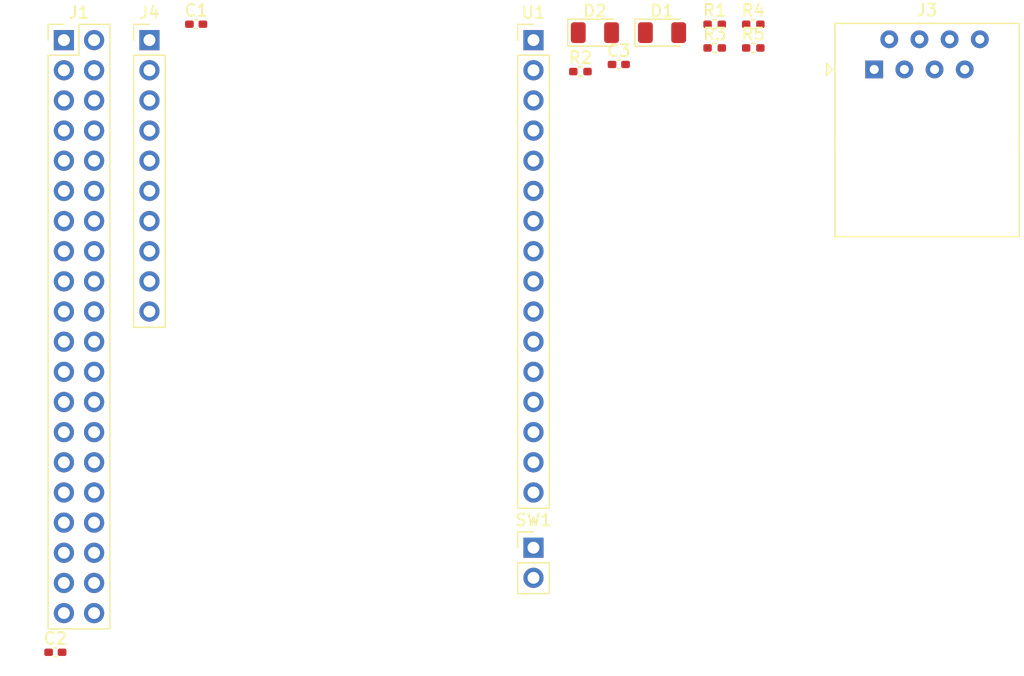
<source format=kicad_pcb>
(kicad_pcb (version 20211014) (generator pcbnew)
  (title_block (title "Irish Coffee Unlimited - Main") (date "2022-03-17") (rev "1") (company "DTUEliten"))
  (layers (0 "F.Cu" signal) (31 "B.Cu" signal) (34 "B.Paste" user) (35 "F.Paste" user) (36 "B.SilkS" user "B.Silkscreen") (37 "F.SilkS" user "F.Silkscreen") (38 "B.Mask" user) (39 "F.Mask" user) (44 "Edge.Cuts" user))
  (net 0 "")
  (net 1 "+3V3")
  (net 2 "GND")
  (net 3 "/User Interface/BUTTON")
  (net 4 "Net-(D1-Pad2)")
  (net 5 "Net-(D2-Pad2)")
  (net 6 "+5V")
  (net 7 "/DC Motor Control/SDA")
  (net 8 "/DC Motor Control/SCL")
  (net 9 "/DC Motor Control/CS")
  (net 10 "Net-(J1-Pad8)")
  (net 11 "Net-(J1-Pad10)")
  (net 12 "Net-(J1-Pad11)")
  (net 13 "Net-(J1-Pad12)")
  (net 14 "/User Interface/LCD_RS")
  (net 15 "/User Interface/LCD_D4")
  (net 16 "/User Interface/LCD_D5")
  (net 17 "/User Interface/LCD_D6")
  (net 18 "/DC Motor Control/SW4")
  (net 19 "/DC Motor Control/SW3")
  (net 20 "/User Interface/LCD_D7")
  (net 21 "/DC Motor Control/STATUS")
  (net 22 "/DC Motor Control/SW2")
  (net 23 "/DC Motor Control/SW1")
  (net 24 "Net-(J1-Pad27)")
  (net 25 "Net-(J1-Pad28)")
  (net 26 "/DC Motor Control/~RESET")
  (net 27 "/DC Motor Control/SW0")
  (net 28 "/User Interface/LED_PWR")
  (net 29 "/User Interface/LED_STATUS")
  (net 30 "Net-(J1-Pad35)")
  (net 31 "Net-(J1-Pad36)")
  (net 32 "/User Interface/LCD_EN")
  (net 33 "Net-(J1-Pad38)")
  (net 34 "Net-(R4-Pad1)")
  (net 35 "Net-(R5-Pad1)")
  (footprint "Capacitor_SMD:C_0402_1005Metric_Pad0.74x0.62mm_HandSolder" (layer "F.Cu") (at 94.83 116.4)
    (fp_text reference "C2" (at 0 -1.16) (layer "F.SilkS"))
    (fp_text value "100n")
    (fp_line (start -0.115835 -0.36) (end 0.115835 -0.36) (layer "F.SilkS") (width 0.12))
    (fp_line (start -0.115835 0.36) (end 0.115835 0.36) (layer "F.SilkS") (width 0.12))
    (pad "1" smd roundrect (at -0.5675 0) (size 0.735 0.62) (layers "F.Cu" "F.Paste" "F.Mask") (net 1 "+3V3"))
    (pad "2" smd roundrect (at 0.5675 0) (size 0.735 0.62) (layers "F.Cu" "F.Paste" "F.Mask") (net 2 "GND"))
  )
  (footprint "Connector_RJ:RJ45_Amphenol_54602-x08_Horizontal" (layer "F.Cu") (at 163.745 67.31)
    (fp_text reference "J3" (at 4.445 -5) (layer "F.SilkS"))
    (fp_text value "RJ45")
    (fp_line (start 12.205 -3.88) (end 12.205 14.08) (layer "F.SilkS") (width 0.12))
    (fp_line (start -3.315 -3.88) (end -3.315 14.08) (layer "F.SilkS") (width 0.12))
    (fp_line (start 12.205 -3.88) (end -3.315 -3.88) (layer "F.SilkS") (width 0.12))
    (fp_line (start -4 0.5) (end -3.5 0) (layer "F.SilkS") (width 0.12))
    (fp_line (start -4 -0.5) (end -4 0.5) (layer "F.SilkS") (width 0.12))
    (fp_line (start -3.315 14.08) (end 12.205 14.08) (layer "F.SilkS") (width 0.12))
    (fp_line (start -3.5 0) (end -4 -0.5) (layer "F.SilkS") (width 0.12))
    (pad "" np_thru_hole circle (at -1.27 6.35) (size 3.2 3.2) (drill 3.2) (layers *.Cu *.Mask))
    (pad "" np_thru_hole circle (at 10.16 6.35) (size 3.2 3.2) (drill 3.2) (layers *.Cu *.Mask))
    (pad "1" thru_hole rect (at 0 0) (size 1.5 1.5) (drill 0.76) (layers *.Cu *.Mask) (net 7 "/DC Motor Control/SDA"))
    (pad "2" thru_hole circle (at 1.27 -2.54) (size 1.5 1.5) (drill 0.76) (layers *.Cu *.Mask) (net 8 "/DC Motor Control/SCL"))
    (pad "3" thru_hole circle (at 2.54 0) (size 1.5 1.5) (drill 0.76) (layers *.Cu *.Mask) (net 9 "/DC Motor Control/CS"))
    (pad "4" thru_hole circle (at 3.81 -2.54) (size 1.5 1.5) (drill 0.76) (layers *.Cu *.Mask) (net 21 "/DC Motor Control/STATUS"))
    (pad "5" thru_hole circle (at 5.08 0) (size 1.5 1.5) (drill 0.76) (layers *.Cu *.Mask) (net 26 "/DC Motor Control/~RESET"))
    (pad "6" thru_hole circle (at 6.35 -2.54) (size 1.5 1.5) (drill 0.76) (layers *.Cu *.Mask) (net 1 "+3V3"))
    (pad "7" thru_hole circle (at 7.62 0) (size 1.5 1.5) (drill 0.76) (layers *.Cu *.Mask) (net 2 "GND"))
    (pad "8" thru_hole circle (at 8.89 -2.54) (size 1.5 1.5) (drill 0.76) (layers *.Cu *.Mask) (net 2 "GND"))
  )
  (footprint "Resistor_SMD:R_0402_1005Metric_Pad0.72x0.64mm_HandSolder" (layer "F.Cu") (at 150.32 63.51)
    (fp_text reference "R1" (at 0 -1.17) (layer "F.SilkS"))
    (fp_text value "100k")
    (fp_line (start -0.167621 0.38) (end 0.167621 0.38) (layer "F.SilkS") (width 0.12))
    (fp_line (start -0.167621 -0.38) (end 0.167621 -0.38) (layer "F.SilkS") (width 0.12))
    (pad "1" smd roundrect (at -0.5975 0) (size 0.715 0.64) (layers "F.Cu" "F.Paste" "F.Mask") (net 1 "+3V3"))
    (pad "2" smd roundrect (at 0.5975 0) (size 0.715 0.64) (layers "F.Cu" "F.Paste" "F.Mask") (net 3 "/User Interface/BUTTON"))
  )
  (footprint "Resistor_SMD:R_0402_1005Metric_Pad0.72x0.64mm_HandSolder" (layer "F.Cu") (at 150.32 65.5)
    (fp_text reference "R3" (at 0 -1.17) (layer "F.SilkS"))
    (fp_text value "100")
    (fp_line (start -0.167621 0.38) (end 0.167621 0.38) (layer "F.SilkS") (width 0.12))
    (fp_line (start -0.167621 -0.38) (end 0.167621 -0.38) (layer "F.SilkS") (width 0.12))
    (pad "1" smd roundrect (at -0.5975 0) (size 0.715 0.64) (layers "F.Cu" "F.Paste" "F.Mask") (net 28 "/User Interface/LED_PWR"))
    (pad "2" smd roundrect (at 0.5975 0) (size 0.715 0.64) (layers "F.Cu" "F.Paste" "F.Mask") (net 5 "Net-(D2-Pad2)"))
  )
  (footprint "Resistor_SMD:R_0402_1005Metric_Pad0.72x0.64mm_HandSolder" (layer "F.Cu") (at 153.57 65.5)
    (fp_text reference "R5" (at 0 -1.17) (layer "F.SilkS"))
    (fp_text value "220")
    (fp_line (start -0.167621 -0.38) (end 0.167621 -0.38) (layer "F.SilkS") (width 0.12))
    (fp_line (start -0.167621 0.38) (end 0.167621 0.38) (layer "F.SilkS") (width 0.12))
    (pad "1" smd roundrect (at -0.5975 0) (size 0.715 0.64) (layers "F.Cu" "F.Paste" "F.Mask") (net 35 "Net-(R5-Pad1)"))
    (pad "2" smd roundrect (at 0.5975 0) (size 0.715 0.64) (layers "F.Cu" "F.Paste" "F.Mask") (net 6 "+5V"))
  )
  (footprint "Connector_PinHeader_2.54mm:PinHeader_1x16_P2.54mm_Vertical" (layer "F.Cu") (at 135.07 64.84)
    (fp_text reference "U1" (at 0 -2.33) (layer "F.SilkS"))
    (fp_text value "RC1602A")
    (fp_line (start -1.33 0) (end -1.33 -1.33) (layer "F.SilkS") (width 0.12))
    (fp_line (start -1.33 1.27) (end -1.33 39.43) (layer "F.SilkS") (width 0.12))
    (fp_line (start -1.33 1.27) (end 1.33 1.27) (layer "F.SilkS") (width 0.12))
    (fp_line (start -1.33 39.43) (end 1.33 39.43) (layer "F.SilkS") (width 0.12))
    (fp_line (start -1.33 -1.33) (end 0 -1.33) (layer "F.SilkS") (width 0.12))
    (fp_line (start 1.33 1.27) (end 1.33 39.43) (layer "F.SilkS") (width 0.12))
    (pad "1" thru_hole rect (at 0 0) (size 1.7 1.7) (drill 1) (layers *.Cu *.Mask) (net 2 "GND"))
    (pad "2" thru_hole oval (at 0 2.54) (size 1.7 1.7) (drill 1) (layers *.Cu *.Mask) (net 6 "+5V"))
    (pad "3" thru_hole oval (at 0 5.08) (size 1.7 1.7) (drill 1) (layers *.Cu *.Mask) (net 34 "Net-(R4-Pad1)"))
    (pad "4" thru_hole oval (at 0 7.62) (size 1.7 1.7) (drill 1) (layers *.Cu *.Mask) (net 14 "/User Interface/LCD_RS"))
    (pad "5" thru_hole oval (at 0 10.16) (size 1.7 1.7) (drill 1) (layers *.Cu *.Mask) (net 2 "GND"))
    (pad "6" thru_hole oval (at 0 12.7) (size 1.7 1.7) (drill 1) (layers *.Cu *.Mask) (net 32 "/User Interface/LCD_EN"))
    (pad "7" thru_hole oval (at 0 15.24) (size 1.7 1.7) (drill 1) (layers *.Cu *.Mask))
    (pad "8" thru_hole oval (at 0 17.78) (size 1.7 1.7) (drill 1) (layers *.Cu *.Mask))
    (pad "9" thru_hole oval (at 0 20.32) (size 1.7 1.7) (drill 1) (layers *.Cu *.Mask))
    (pad "10" thru_hole oval (at 0 22.86) (size 1.7 1.7) (drill 1) (layers *.Cu *.Mask))
    (pad "11" thru_hole oval (at 0 25.4) (size 1.7 1.7) (drill 1) (layers *.Cu *.Mask) (net 15 "/User Interface/LCD_D4"))
    (pad "12" thru_hole oval (at 0 27.94) (size 1.7 1.7) (drill 1) (layers *.Cu *.Mask) (net 16 "/User Interface/LCD_D5"))
    (pad "13" thru_hole oval (at 0 30.48) (size 1.7 1.7) (drill 1) (layers *.Cu *.Mask) (net 17 "/User Interface/LCD_D6"))
    (pad "14" thru_hole oval (at 0 33.02) (size 1.7 1.7) (drill 1) (layers *.Cu *.Mask) (net 20 "/User Interface/LCD_D7"))
    (pad "15" thru_hole oval (at 0 35.56) (size 1.7 1.7) (drill 1) (layers *.Cu *.Mask) (net 35 "Net-(R5-Pad1)"))
    (pad "16" thru_hole oval (at 0 38.1) (size 1.7 1.7) (drill 1) (layers *.Cu *.Mask) (net 2 "GND"))
  )
  (footprint "Resistor_SMD:R_0402_1005Metric_Pad0.72x0.64mm_HandSolder" (layer "F.Cu") (at 139.02 67.49)
    (fp_text reference "R2" (at 0 -1.17) (layer "F.SilkS"))
    (fp_text value "100")
    (fp_line (start -0.167621 0.38) (end 0.167621 0.38) (layer "F.SilkS") (width 0.12))
    (fp_line (start -0.167621 -0.38) (end 0.167621 -0.38) (layer "F.SilkS") (width 0.12))
    (pad "1" smd roundrect (at -0.5975 0) (size 0.715 0.64) (layers "F.Cu" "F.Paste" "F.Mask") (net 29 "/User Interface/LED_STATUS"))
    (pad "2" smd roundrect (at 0.5975 0) (size 0.715 0.64) (layers "F.Cu" "F.Paste" "F.Mask") (net 4 "Net-(D1-Pad2)"))
  )
  (footprint "Connector_PinHeader_2.54mm:PinHeader_1x02_P2.54mm_Vertical" (layer "F.Cu") (at 135.07 107.59)
    (fp_text reference "SW1" (at 0 -2.33) (layer "F.SilkS"))
    (fp_text value "SW_Push")
    (fp_line (start -1.33 1.27) (end -1.33 3.87) (layer "F.SilkS") (width 0.12))
    (fp_line (start -1.33 3.87) (end 1.33 3.87) (layer "F.SilkS") (width 0.12))
    (fp_line (start -1.33 0) (end -1.33 -1.33) (layer "F.SilkS") (width 0.12))
    (fp_line (start 1.33 1.27) (end 1.33 3.87) (layer "F.SilkS") (width 0.12))
    (fp_line (start -1.33 1.27) (end 1.33 1.27) (layer "F.SilkS") (width 0.12))
    (fp_line (start -1.33 -1.33) (end 0 -1.33) (layer "F.SilkS") (width 0.12))
    (pad "1" thru_hole rect (at 0 0) (size 1.7 1.7) (drill 1) (layers *.Cu *.Mask) (net 3 "/User Interface/BUTTON"))
    (pad "2" thru_hole oval (at 0 2.54) (size 1.7 1.7) (drill 1) (layers *.Cu *.Mask) (net 2 "GND"))
  )
  (footprint "Capacitor_SMD:C_0402_1005Metric_Pad0.74x0.62mm_HandSolder" (layer "F.Cu") (at 142.25 66.89)
    (fp_text reference "C3" (at 0 -1.16) (layer "F.SilkS"))
    (fp_text value "100n")
    (fp_line (start -0.115835 -0.36) (end 0.115835 -0.36) (layer "F.SilkS") (width 0.12))
    (fp_line (start -0.115835 0.36) (end 0.115835 0.36) (layer "F.SilkS") (width 0.12))
    (pad "1" smd roundrect (at -0.5675 0) (size 0.735 0.62) (layers "F.Cu" "F.Paste" "F.Mask") (net 3 "/User Interface/BUTTON"))
    (pad "2" smd roundrect (at 0.5675 0) (size 0.735 0.62) (layers "F.Cu" "F.Paste" "F.Mask") (net 2 "GND"))
  )
  (footprint "Connector_PinHeader_2.54mm:PinHeader_1x10_P2.54mm_Vertical" (layer "F.Cu") (at 102.75 64.84)
    (fp_text reference "J4" (at 0 -2.33) (layer "F.SilkS"))
    (fp_text value "Conn_01x10")
    (fp_line (start -1.33 1.27) (end 1.33 1.27) (layer "F.SilkS") (width 0.12))
    (fp_line (start 1.33 1.27) (end 1.33 24.19) (layer "F.SilkS") (width 0.12))
    (fp_line (start -1.33 1.27) (end -1.33 24.19) (layer "F.SilkS") (width 0.12))
    (fp_line (start -1.33 -1.33) (end 0 -1.33) (layer "F.SilkS") (width 0.12))
    (fp_line (start -1.33 0) (end -1.33 -1.33) (layer "F.SilkS") (width 0.12))
    (fp_line (start -1.33 24.19) (end 1.33 24.19) (layer "F.SilkS") (width 0.12))
    (pad "1" thru_hole rect (at 0 0) (size 1.7 1.7) (drill 1) (layers *.Cu *.Mask) (net 1 "+3V3"))
    (pad "2" thru_hole oval (at 0 2.54) (size 1.7 1.7) (drill 1) (layers *.Cu *.Mask) (net 25 "Net-(J1-Pad28)"))
    (pad "3" thru_hole oval (at 0 5.08) (size 1.7 1.7) (drill 1) (layers *.Cu *.Mask) (net 24 "Net-(J1-Pad27)"))
    (pad "4" thru_hole oval (at 0 7.62) (size 1.7 1.7) (drill 1) (layers *.Cu *.Mask) (net 10 "Net-(J1-Pad8)"))
    (pad "5" thru_hole oval (at 0 10.16) (size 1.7 1.7) (drill 1) (layers *.Cu *.Mask) (net 11 "Net-(J1-Pad10)"))
    (pad "6" thru_hole oval (at 0 12.7) (size 1.7 1.7) (drill 1) (layers *.Cu *.Mask) (net 31 "Net-(J1-Pad36)"))
    (pad "7" thru_hole oval (at 0 15.24) (size 1.7 1.7) (drill 1) (layers *.Cu *.Mask) (net 12 "Net-(J1-Pad11)"))
    (pad "8" thru_hole oval (at 0 17.78) (size 1.7 1.7) (drill 1) (layers *.Cu *.Mask) (net 13 "Net-(J1-Pad12)"))
    (pad "9" thru_hole oval (at 0 20.32) (size 1.7 1.7) (drill 1) (layers *.Cu *.Mask) (net 30 "Net-(J1-Pad35)"))
    (pad "10" thru_hole oval (at 0 22.86) (size 1.7 1.7) (drill 1) (layers *.Cu *.Mask) (net 33 "Net-(J1-Pad38)"))
  )
  (footprint "Connector_PinHeader_2.54mm:PinHeader_2x20_P2.54mm_Vertical" (layer "F.Cu") (at 95.55 64.84)
    (fp_text reference "J1" (at 1.27 -2.33) (layer "F.SilkS"))
    (fp_text value "Raspberry_Pi_2_3")
    (fp_line (start -1.33 49.59) (end 3.87 49.59) (layer "F.SilkS") (width 0.12))
    (fp_line (start -1.33 -1.33) (end 0 -1.33) (layer "F.SilkS") (width 0.12))
    (fp_line (start -1.33 1.27) (end 1.27 1.27) (layer "F.SilkS") (width 0.12))
    (fp_line (start 3.87 -1.33) (end 3.87 49.59) (layer "F.SilkS") (width 0.12))
    (fp_line (start -1.33 1.27) (end -1.33 49.59) (layer "F.SilkS") (width 0.12))
    (fp_line (start -1.33 0) (end -1.33 -1.33) (layer "F.SilkS") (width 0.12))
    (fp_line (start 1.27 1.27) (end 1.27 -1.33) (layer "F.SilkS") (width 0.12))
    (fp_line (start 1.27 -1.33) (end 3.87 -1.33) (layer "F.SilkS") (width 0.12))
    (pad "1" thru_hole rect (at 0 0) (size 1.7 1.7) (drill 1) (layers *.Cu *.Mask) (net 1 "+3V3"))
    (pad "2" thru_hole oval (at 2.54 0) (size 1.7 1.7) (drill 1) (layers *.Cu *.Mask) (net 6 "+5V"))
    (pad "3" thru_hole oval (at 0 2.54) (size 1.7 1.7) (drill 1) (layers *.Cu *.Mask) (net 7 "/DC Motor Control/SDA"))
    (pad "4" thru_hole oval (at 2.54 2.54) (size 1.7 1.7) (drill 1) (layers *.Cu *.Mask) (net 6 "+5V"))
    (pad "5" thru_hole oval (at 0 5.08) (size 1.7 1.7) (drill 1) (layers *.Cu *.Mask) (net 8 "/DC Motor Control/SCL"))
    (pad "6" thru_hole oval (at 2.54 5.08) (size 1.7 1.7) (drill 1) (layers *.Cu *.Mask) (net 2 "GND"))
    (pad "7" thru_hole oval (at 0 7.62) (size 1.7 1.7) (drill 1) (layers *.Cu *.Mask) (net 9 "/DC Motor Control/CS"))
    (pad "8" thru_hole oval (at 2.54 7.62) (size 1.7 1.7) (drill 1) (layers *.Cu *.Mask) (net 10 "Net-(J1-Pad8)"))
    (pad "9" thru_hole oval (at 0 10.16) (size 1.7 1.7) (drill 1) (layers *.Cu *.Mask) (net 2 "GND"))
    (pad "10" thru_hole oval (at 2.54 10.16) (size 1.7 1.7) (drill 1) (layers *.Cu *.Mask) (net 11 "Net-(J1-Pad10)"))
    (pad "11" thru_hole oval (at 0 12.7) (size 1.7 1.7) (drill 1) (layers *.Cu *.Mask) (net 12 "Net-(J1-Pad11)"))
    (pad "12" thru_hole oval (at 2.54 12.7) (size 1.7 1.7) (drill 1) (layers *.Cu *.Mask) (net 13 "Net-(J1-Pad12)"))
    (pad "13" thru_hole oval (at 0 15.24) (size 1.7 1.7) (drill 1) (layers *.Cu *.Mask) (net 14 "/User Interface/LCD_RS"))
    (pad "14" thru_hole oval (at 2.54 15.24) (size 1.7 1.7) (drill 1) (layers *.Cu *.Mask) (net 2 "GND"))
    (pad "15" thru_hole oval (at 0 17.78) (size 1.7 1.7) (drill 1) (layers *.Cu *.Mask) (net 15 "/User Interface/LCD_D4"))
    (pad "16" thru_hole oval (at 2.54 17.78) (size 1.7 1.7) (drill 1) (layers *.Cu *.Mask) (net 16 "/User Interface/LCD_D5"))
    (pad "17" thru_hole oval (at 0 20.32) (size 1.7 1.7) (drill 1) (layers *.Cu *.Mask) (net 1 "+3V3"))
    (pad "18" thru_hole oval (at 2.54 20.32) (size 1.7 1.7) (drill 1) (layers *.Cu *.Mask) (net 17 "/User Interface/LCD_D6"))
    (pad "19" thru_hole oval (at 0 22.86) (size 1.7 1.7) (drill 1) (layers *.Cu *.Mask) (net 18 "/DC Motor Control/SW4"))
    (pad "20" thru_hole oval (at 2.54 22.86) (size 1.7 1.7) (drill 1) (layers *.Cu *.Mask) (net 2 "GND"))
    (pad "21" thru_hole oval (at 0 25.4) (size 1.7 1.7) (drill 1) (layers *.Cu *.Mask) (net 19 "/DC Motor Control/SW3"))
    (pad "22" thru_hole oval (at 2.54 25.4) (size 1.7 1.7) (drill 1) (layers *.Cu *.Mask) (net 20 "/User Interface/LCD_D7"))
    (pad "23" thru_hole oval (at 0 27.94) (size 1.7 1.7) (drill 1) (layers *.Cu *.Mask) (net 21 "/DC Motor Control/STATUS"))
    (pad "24" thru_hole oval (at 2.54 27.94) (size 1.7 1.7) (drill 1) (layers *.Cu *.Mask) (net 22 "/DC Motor Control/SW2"))
    (pad "25" thru_hole oval (at 0 30.48) (size 1.7 1.7) (drill 1) (layers *.Cu *.Mask) (net 2 "GND"))
    (pad "26" thru_hole oval (at 2.54 30.48) (size 1.7 1.7) (drill 1) (layers *.Cu *.Mask) (net 23 "/DC Motor Control/SW1"))
    (pad "27" thru_hole oval (at 0 33.02) (size 1.7 1.7) (drill 1) (layers *.Cu *.Mask) (net 24 "Net-(J1-Pad27)"))
    (pad "28" thru_hole oval (at 2.54 33.02) (size 1.7 1.7) (drill 1) (layers *.Cu *.Mask) (net 25 "Net-(J1-Pad28)"))
    (pad "29" thru_hole oval (at 0 35.56) (size 1.7 1.7) (drill 1) (layers *.Cu *.Mask) (net 26 "/DC Motor Control/~RESET"))
    (pad "30" thru_hole oval (at 2.54 35.56) (size 1.7 1.7) (drill 1) (layers *.Cu *.Mask) (net 2 "GND"))
    (pad "31" thru_hole oval (at 0 38.1) (size 1.7 1.7) (drill 1) (layers *.Cu *.Mask) (net 27 "/DC Motor Control/SW0"))
    (pad "32" thru_hole oval (at 2.54 38.1) (size 1.7 1.7) (drill 1) (layers *.Cu *.Mask) (net 28 "/User Interface/LED_PWR"))
    (pad "33" thru_hole oval (at 0 40.64) (size 1.7 1.7) (drill 1) (layers *.Cu *.Mask) (net 29 "/User Interface/LED_STATUS"))
    (pad "34" thru_hole oval (at 2.54 40.64) (size 1.7 1.7) (drill 1) (layers *.Cu *.Mask) (net 2 "GND"))
    (pad "35" thru_hole oval (at 0 43.18) (size 1.7 1.7) (drill 1) (layers *.Cu *.Mask) (net 30 "Net-(J1-Pad35)"))
    (pad "36" thru_hole oval (at 2.54 43.18) (size 1.7 1.7) (drill 1) (layers *.Cu *.Mask) (net 31 "Net-(J1-Pad36)"))
    (pad "37" thru_hole oval (at 0 45.72) (size 1.7 1.7) (drill 1) (layers *.Cu *.Mask) (net 32 "/User Interface/LCD_EN"))
    (pad "38" thru_hole oval (at 2.54 45.72) (size 1.7 1.7) (drill 1) (layers *.Cu *.Mask) (net 33 "Net-(J1-Pad38)"))
    (pad "39" thru_hole oval (at 0 48.26) (size 1.7 1.7) (drill 1) (layers *.Cu *.Mask) (net 2 "GND"))
    (pad "40" thru_hole oval (at 2.54 48.26) (size 1.7 1.7) (drill 1) (layers *.Cu *.Mask) (net 3 "/User Interface/BUTTON"))
  )
  (footprint "Resistor_SMD:R_0402_1005Metric_Pad0.72x0.64mm_HandSolder" (layer "F.Cu") (at 153.57 63.51)
    (fp_text reference "R4" (at 0 -1.17) (layer "F.SilkS"))
    (fp_text value "2k")
    (fp_line (start -0.167621 -0.38) (end 0.167621 -0.38) (layer "F.SilkS") (width 0.12))
    (fp_line (start -0.167621 0.38) (end 0.167621 0.38) (layer "F.SilkS") (width 0.12))
    (pad "1" smd roundrect (at -0.5975 0) (size 0.715 0.64) (layers "F.Cu" "F.Paste" "F.Mask") (net 34 "Net-(R4-Pad1)"))
    (pad "2" smd roundrect (at 0.5975 0) (size 0.715 0.64) (layers "F.Cu" "F.Paste" "F.Mask") (net 2 "GND"))
  )
  (footprint "Diode_SMD:D_1206_3216Metric" (layer "F.Cu") (at 140.24 64.21)
    (fp_text reference "D2" (at 0 -1.82) (layer "F.SilkS"))
    (fp_text value "STATUS")
    (fp_line (start -2.285 1.135) (end 1.6 1.135) (layer "F.SilkS") (width 0.12))
    (fp_line (start 1.6 -1.135) (end -2.285 -1.135) (layer "F.SilkS") (width 0.12))
    (fp_line (start -2.285 -1.135) (end -2.285 1.135) (layer "F.SilkS") (width 0.12))
    (pad "1" smd roundrect (at -1.4 0) (size 1.25 1.75) (layers "F.Cu" "F.Paste" "F.Mask") (roundrect_rratio 0.2) (net 2 "GND"))
    (pad "2" smd roundrect (at 1.4 0) (size 1.25 1.75) (layers "F.Cu" "F.Paste" "F.Mask") (roundrect_rratio 0.2) (net 5 "Net-(D2-Pad2)"))
  )
  (footprint "Capacitor_SMD:C_0402_1005Metric_Pad0.74x0.62mm_HandSolder" (layer "F.Cu") (at 106.68 63.5)
    (fp_text reference "C1" (at 0 -1.16) (layer "F.SilkS"))
    (fp_text value "10u")
    (fp_line (start -0.115835 -0.36) (end 0.115835 -0.36) (layer "F.SilkS") (width 0.12))
    (fp_line (start -0.115835 0.36) (end 0.115835 0.36) (layer "F.SilkS") (width 0.12))
    (pad "1" smd roundrect (at -0.5675 0) (size 0.735 0.62) (layers "F.Cu" "F.Paste" "F.Mask") (net 1 "+3V3"))
    (pad "2" smd roundrect (at 0.5675 0) (size 0.735 0.62) (layers "F.Cu" "F.Paste" "F.Mask") (net 2 "GND"))
  )
  (footprint "Diode_SMD:D_1206_3216Metric" (layer "F.Cu") (at 145.89 64.21)
    (fp_text reference "D1" (at 0 -1.82) (layer "F.SilkS"))
    (fp_text value "PWR")
    (fp_line (start 1.6 -1.135) (end -2.285 -1.135) (layer "F.SilkS") (width 0.12))
    (fp_line (start -2.285 1.135) (end 1.6 1.135) (layer "F.SilkS") (width 0.12))
    (fp_line (start -2.285 -1.135) (end -2.285 1.135) (layer "F.SilkS") (width 0.12))
    (pad "1" smd roundrect (at -1.4 0) (size 1.25 1.75) (layers "F.Cu" "F.Paste" "F.Mask") (roundrect_rratio 0.2) (net 2 "GND"))
    (pad "2" smd roundrect (at 1.4 0) (size 1.25 1.75) (layers "F.Cu" "F.Paste" "F.Mask") (roundrect_rratio 0.2) (net 4 "Net-(D1-Pad2)"))
  )
)
</source>
